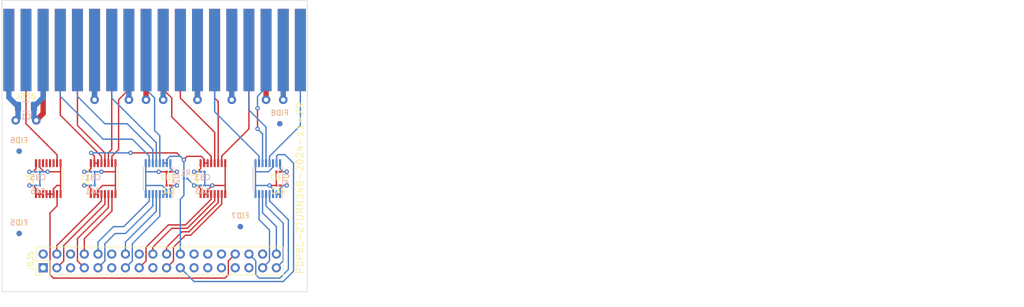
<source format=kicad_pcb>
(kicad_pcb (version 20221018) (generator pcbnew)
  (layers (0 "F.Cu" signal) (1 "In1.Cu" signal) (2 "In2.Cu" signal) (31 "B.Cu" signal) (34 "B.Paste" user) (35 "F.Paste" user) (36 "B.SilkS" user "B.Silkscreen") (37 "F.SilkS" user "F.Silkscreen") (38 "B.Mask" user) (39 "F.Mask" user) (44 "Edge.Cuts" user))
  (net 0 "")
  (net 1 "/i_EA")
  (net 2 "/pMA00")
  (net 3 "/pMA08")
  (net 4 "/pMA01")
  (net 5 "/pMA09")
  (net 6 "/pMA02")
  (net 7 "/pMA10")
  (net 8 "/pMA03")
  (net 9 "/pMA11")
  (net 10 "/pMA04")
  (net 11 "/pMA05")
  (net 12 "/pMA06")
  (net 13 "/pMA07")
  (net 14 "/i_MEMDONE")
  (net 15 "/r_MA")
  (net 19 "GND")
  (net 20 "+5V")
  (net 21 "/MEMBUSA")
  (net 22 "/MEMBUSH")
  (net 23 "/MEMBUSB")
  (net 24 "/MEMBUSJ")
  (net 25 "/MEMBUSC")
  (net 26 "/MEMBUSK")
  (net 27 "/i_STROBE")
  (net 28 "/MEMBUSD")
  (net 29 "/MEMBUSL")
  (net 30 "/MEMBUSE")
  (net 31 "/MEMBUSM")
  (net 32 "/MEMBUSF")
  (net 33 "/MEMBUSN")
  (net 34 "/x_MEM")
  (net 35 "/iBEMA")
  (net 36 "/i_MEM_07")
  (net 37 "/iEMA")
  (net 38 "/j_STROBE")
  (net 39 "/j_EA")
  (net 42 "/pMEMSTART")
  (net 43 "/pBTP2")
  (net 46 "/oMEMSTART")
  (net 47 "+3V3")
  (net 48 "/j_MEMDONE")
  (net 49 "/oBTP2")
  (footprint "Fiducial:Fiducial_1mm_Mask2mm" (layer "F.Cu") (at 3.175 27.94)
    (fp_text reference "FID2")
    (fp_text value "Fiducial")
  )
  (footprint "Fiducial:Fiducial_1mm_Mask2mm" (layer "F.Cu") (at 3.175 43.18)
    (fp_text reference "FID1")
    (fp_text value "Fiducial")
  )
  (footprint "footprints:2x18-edge" (layer "F.Cu") (at 55.245 9.2075)
    (fp_text reference "JB36")
    (fp_text value "2x18edgecon")
  )
  (footprint "Connector_PinHeader_2.54mm:PinHeader_2x18_P2.54mm_Vertical" (layer "F.Cu") (at 7.62 49.53 90)
    (fp_text reference "JB35")
    (fp_text value "Conn_02x18_Odd_Even")
  )
  (footprint "Package_SO:TSSOP-16_4.4x5mm_P0.65mm" (layer "F.Cu") (at 8.5725 33.02 90)
    (fp_text reference "U5")
    (fp_text value "74AXP4T245")
  )
  (footprint "Package_SO:TSSOP-16_4.4x5mm_P0.65mm" (layer "F.Cu") (at 39.0525 33.02 90)
    (fp_text reference "U3")
    (fp_text value "74AXP4T245")
  )
  (footprint "Capacitor_SMD:C_0201_0603Metric" (layer "F.Cu") (at 51.1175 34.29 180)
    (fp_text reference "CA4")
    (fp_text value "0.1u")
  )
  (footprint "Capacitor_SMD:C_0201_0603Metric" (layer "F.Cu") (at 51.1175 31.75 180)
    (fp_text reference "CB4")
    (fp_text value "0.1u")
  )
  (footprint "Fiducial:Fiducial_1mm_Mask2mm" (layer "F.Cu") (at 44.1325 41.91)
    (fp_text reference "FID3")
    (fp_text value "Fiducial")
  )
  (footprint "Capacitor_SMD:C_0201_0603Metric" (layer "F.Cu") (at 30.7975 31.75 180)
    (fp_text reference "CB2")
    (fp_text value "0.1u")
  )
  (footprint "Capacitor_SMD:C_0201_0603Metric" (layer "F.Cu") (at 30.7975 34.29 180)
    (fp_text reference "CA2")
    (fp_text value "0.1u")
  )
  (footprint "Fiducial:Fiducial_1mm_Mask2mm" (layer "F.Cu") (at 51.435 22.86)
    (fp_text reference "FID4")
    (fp_text value "Fiducial")
  )
  (footprint "Package_SO:TSSOP-16_4.4x5mm_P0.65mm" (layer "F.Cu") (at 18.7325 33.02 90)
    (fp_text reference "U1")
    (fp_text value "74AXP4T245")
  )
  (footprint "Capacitor_SMD:C_0201_0603Metric" (layer "B.Cu") (at 6.6675 31.75)
    (fp_text reference "CB5")
    (fp_text value "0.1u")
  )
  (footprint "Fiducial:Fiducial_1mm_Mask2mm" (layer "B.Cu") (at 3.175 27.94 180)
    (fp_text reference "FID6")
    (fp_text value "Fiducial")
  )
  (footprint "Package_SO:TSSOP-16_4.4x5mm_P0.65mm" (layer "B.Cu") (at 49.2125 33.02 90)
    (fp_text reference "U4")
    (fp_text value "74AXP4T245")
  )
  (footprint "Capacitor_SMD:C_0201_0603Metric" (layer "B.Cu") (at 16.8275 31.75)
    (fp_text reference "CB1")
    (fp_text value "0.1u")
  )
  (footprint "Capacitor_SMD:C_0201_0603Metric" (layer "B.Cu") (at 16.8275 34.29)
    (fp_text reference "CA1")
    (fp_text value "0.1u")
  )
  (footprint "Resistor_SMD:R_0201_0603Metric" (layer "B.Cu") (at 34 33.02 180)
    (fp_text reference "R1")
    (fp_text value "10K")
  )
  (footprint "Package_SO:TSSOP-16_4.4x5mm_P0.65mm" (layer "B.Cu") (at 28.8925 33.02 90)
    (fp_text reference "U2")
    (fp_text value "74AXP4T245")
  )
  (footprint "Capacitor_SMD:C_0201_0603Metric" (layer "B.Cu") (at 37.1475 34.29)
    (fp_text reference "CA3")
    (fp_text value "0.1u")
  )
  (footprint "Capacitor_SMD:C_0201_0603Metric" (layer "B.Cu") (at 6.6675 34.29)
    (fp_text reference "CA5")
    (fp_text value "0.1u")
  )
  (footprint "Capacitor_SMD:C_0201_0603Metric" (layer "B.Cu") (at 37.1475 31.75)
    (fp_text reference "CB3")
    (fp_text value "0.1u")
  )
  (footprint "Fiducial:Fiducial_1mm_Mask2mm" (layer "B.Cu") (at 3.175 43.18 180)
    (fp_text reference "FID5")
    (fp_text value "Fiducial")
  )
  (footprint "Fiducial:Fiducial_1mm_Mask2mm" (layer "B.Cu") (at 44.1325 41.91 180)
    (fp_text reference "FID7")
    (fp_text value "Fiducial")
  )
  (footprint "Fiducial:Fiducial_1mm_Mask2mm" (layer "B.Cu") (at 51.435 22.86 180)
    (fp_text reference "FID8")
    (fp_text value "Fiducial")
  )
  (footprint "Capacitor_SMD:C_1206_3216Metric" (layer "B.Cu") (at 4.445 19.685)
    (fp_text reference "C1")
    (fp_text value "10u")
  )
  (gr_line (start 56.515 0) (end 0 0) (stroke (width 0.1)) (layer "Edge.Cuts"))
  (gr_line (start 0 0) (end 56.515 0) (stroke (width 0.1)) (layer "Edge.Cuts"))
  (gr_line (start 0 1.27) (end 0 0) (stroke (width 0.1)) (layer "Edge.Cuts"))
  (gr_line (start 56.515 0) (end 56.515 20.32) (stroke (width 0.1)) (layer "Edge.Cuts"))
  (gr_line (start 56.515 0) (end 56.515 53.975) (stroke (width 0.1)) (layer "Edge.Cuts"))
  (gr_line (start 0 53.975) (end 0 0) (stroke (width 0.1)) (layer "Edge.Cuts"))
  (gr_line (start 56.515 53.975) (end 0 53.975) (stroke (width 0.1)) (layer "Edge.Cuts"))
  (gr_text "PDP8L-ZTURN34B-2024-11-29" (at 55.88 50.8 90) (layer "F.SilkS") (effects (font (size 1.27 1.27)) (justify left bottom)))
  (segment (start 10.1975 38.0625) (end 8.89 39.37) (width 0.25) (layer "F.Cu") (net 1))
  (segment (start 8.89 39.37) (end 8.89 50.8) (width 0.25) (layer "F.Cu") (net 1))
  (segment (start 10.1975 35.8825) (end 10.1975 38.0625) (width 0.25) (layer "F.Cu") (net 1))
  (segment (start 43.18 46.99) (end 41.91 48.26) (width 0.25) (layer "F.Cu") (net 1))
  (segment (start 41.91 50.8) (end 41.275 51.435) (width 0.25) (layer "F.Cu") (net 1))
  (segment (start 41.91 48.26) (end 41.91 50.8) (width 0.25) (layer "F.Cu") (net 1))
  (segment (start 41.275 51.435) (end 9.525 51.435) (width 0.25) (layer "F.Cu") (net 1))
  (segment (start 9.525 51.435) (end 8.89 50.8) (width 0.25) (layer "F.Cu") (net 1))
  (segment (start 10.795 21.2725) (end 18.4075 28.885) (width 0.25) (layer "F.Cu") (net 2))
  (segment (start 18.4075 28.885) (end 18.4075 30.1575) (width 0.25) (layer "F.Cu") (net 2))
  (segment (start 10.795 9.2075) (end 10.795 21.2725) (width 0.25) (layer "F.Cu") (net 2))
  (segment (start 10.795 17.78) (end 18.7325 25.7175) (width 0.25) (layer "B.Cu") (net 3))
  (segment (start 10.795 9.2075) (end 10.795 17.78) (width 0.25) (layer "B.Cu") (net 3))
  (segment (start 24.13 25.7175) (end 27.2675 28.855) (width 0.25) (layer "B.Cu") (net 3))
  (segment (start 27.2675 28.855) (end 27.2675 30.1575) (width 0.25) (layer "B.Cu") (net 3))
  (segment (start 18.7325 25.7175) (end 24.13 25.7175) (width 0.25) (layer "B.Cu") (net 3))
  (segment (start 19.0575 28.265) (end 19.0575 30.1575) (width 0.25) (layer "F.Cu") (net 4))
  (segment (start 13.97 9.2075) (end 13.97 23.1775) (width 0.25) (layer "F.Cu") (net 4))
  (segment (start 13.97 23.1775) (end 19.0575 28.265) (width 0.25) (layer "F.Cu") (net 4))
  (segment (start 19.05 22.86) (end 23.1775 22.86) (width 0.25) (layer "B.Cu") (net 5))
  (segment (start 23.1775 22.86) (end 27.9175 27.6) (width 0.25) (layer "B.Cu") (net 5))
  (segment (start 13.97 9.2075) (end 13.97 17.78) (width 0.25) (layer "B.Cu") (net 5))
  (segment (start 27.9175 27.6) (end 27.9175 30.1575) (width 0.25) (layer "B.Cu") (net 5))
  (segment (start 13.97 17.78) (end 19.05 22.86) (width 0.25) (layer "B.Cu") (net 5))
  (segment (start 20.32 27.6225) (end 20.32 9.2075) (width 0.25) (layer "F.Cu") (net 6))
  (segment (start 19.7075 28.235) (end 20.32 27.6225) (width 0.25) (layer "F.Cu") (net 6))
  (segment (start 19.7075 30.1575) (end 19.7075 28.235) (width 0.25) (layer "F.Cu") (net 6))
  (segment (start 20.32 18.105) (end 28.5675 26.3525) (width 0.25) (layer "B.Cu") (net 7))
  (segment (start 28.5675 26.3525) (end 28.5675 30.1575) (width 0.25) (layer "B.Cu") (net 7))
  (segment (start 20.32 9.2075) (end 20.32 18.105) (width 0.25) (layer "B.Cu") (net 7))
  (segment (start 21.59 27.6225) (end 21.59 18.415) (width 0.25) (layer "F.Cu") (net 8))
  (segment (start 20.3575 28.855) (end 21.59 27.6225) (width 0.25) (layer "F.Cu") (net 8))
  (segment (start 20.3575 30.1575) (end 20.3575 28.855) (width 0.25) (layer "F.Cu") (net 8))
  (segment (start 21.59 18.415) (end 23.495 16.51) (width 0.25) (layer "F.Cu") (net 8))
  (segment (start 29.2175 30.1575) (end 29.2175 25.0825) (width 0.25) (layer "B.Cu") (net 9))
  (segment (start 28.2575 18.0975) (end 26.67 16.51) (width 0.25) (layer "B.Cu") (net 9))
  (segment (start 29.2175 25.0825) (end 28.2575 24.1225) (width 0.25) (layer "B.Cu") (net 9))
  (segment (start 28.2575 24.1225) (end 28.2575 18.0975) (width 0.25) (layer "B.Cu") (net 9))
  (segment (start 31.4325 21.59) (end 31.4325 18.0975) (width 0.25) (layer "F.Cu") (net 10))
  (segment (start 38.735 28.8925) (end 31.4325 21.59) (width 0.25) (layer "F.Cu") (net 10))
  (segment (start 31.4325 18.0975) (end 29.845 16.51) (width 0.25) (layer "F.Cu") (net 10))
  (segment (start 38.7275 28.9) (end 38.735 28.8925) (width 0.25) (layer "F.Cu") (net 10))
  (segment (start 38.7275 30.1575) (end 38.7275 28.9) (width 0.25) (layer "F.Cu") (net 10))
  (segment (start 33.02 18.0975) (end 33.02 9.2075) (width 0.25) (layer "F.Cu") (net 11))
  (segment (start 39.3775 24.455) (end 39.3775 30.1575) (width 0.25) (layer "F.Cu") (net 11))
  (segment (start 33.02 18.0975) (end 39.3775 24.455) (width 0.25) (layer "F.Cu") (net 11))
  (segment (start 40.0275 18.755) (end 40.0275 30.1575) (width 0.25) (layer "F.Cu") (net 12))
  (segment (start 39.37 9.2075) (end 39.37 18.0975) (width 0.25) (layer "F.Cu") (net 12))
  (segment (start 39.37 18.0975) (end 40.0275 18.755) (width 0.25) (layer "F.Cu") (net 12))
  (segment (start 40.6775 28.855) (end 45.72 23.8125) (width 0.25) (layer "F.Cu") (net 13))
  (segment (start 40.6775 30.1575) (end 40.6775 28.855) (width 0.25) (layer "F.Cu") (net 13))
  (segment (start 45.72 23.8125) (end 45.72 9.2075) (width 0.25) (layer "F.Cu") (net 13))
  (segment (start 49.5375 37.14) (end 49.53 37.1475) (width 0.25) (layer "B.Cu") (net 14))
  (segment (start 47.625 51.435) (end 46.99 50.8) (width 0.25) (layer "B.Cu") (net 14))
  (segment (start 53.0225 49.8475) (end 51.435 51.435) (width 0.25) (layer "B.Cu") (net 14))
  (segment (start 53.0225 40.64) (end 53.0225 49.8475) (width 0.25) (layer "B.Cu") (net 14))
  (segment (start 46.99 50.8) (end 46.99 48.26) (width 0.25) (layer "B.Cu") (net 14))
  (segment (start 49.5375 35.8825) (end 49.5375 37.14) (width 0.25) (layer "B.Cu") (net 14))
  (segment (start 49.53 37.1475) (end 53.0225 40.64) (width 0.25) (layer "B.Cu") (net 14))
  (segment (start 46.99 48.26) (end 45.72 46.99) (width 0.25) (layer "B.Cu") (net 14))
  (segment (start 51.435 51.435) (end 47.625 51.435) (width 0.25) (layer "B.Cu") (net 14))
  (segment (start 34.29 28.8925) (end 33.655 29.5275) (width 0.25) (layer "F.Cu") (net 15))
  (segment (start 38.0775 30.1575) (end 37.4275 30.1575) (width 0.25) (layer "F.Cu") (net 15))
  (segment (start 36.899999 28.8925) (end 34.29 28.8925) (width 0.25) (layer "F.Cu") (net 15))
  (segment (start 17.1075 30.1575) (end 17.7575 30.1575) (width 0.25) (layer "F.Cu") (net 15))
  (segment (start 37.4275 30.1575) (end 37.4275 29.420001) (width 0.25) (layer "F.Cu") (net 15))
  (segment (start 17.1075 30.1575) (end 17.1075 28.855) (width 0.25) (layer "F.Cu") (net 15))
  (segment (start 33.655 29.5275) (end 33.68 29.5525) (width 0.25) (layer "F.Cu") (net 15))
  (segment (start 17.1075 28.855) (end 16.51 28.2575) (width 0.25) (layer "F.Cu") (net 15))
  (segment (start 23.8125 28.2575) (end 32.385 28.2575) (width 0.25) (layer "F.Cu") (net 15))
  (segment (start 32.385 28.2575) (end 33.68 29.5525) (width 0.25) (layer "F.Cu") (net 15))
  (segment (start 37.4275 29.420001) (end 36.899999 28.8925) (width 0.25) (layer "F.Cu") (net 15))
  (via (at 33.68 29.5525) (size 0.8) (drill 0.4) (layers "F.Cu" "B.Cu") (net 15))
  (via (at 16.51 28.2575) (size 0.8) (drill 0.4) (layers "F.Cu" "B.Cu") (net 15))
  (via (at 23.8125 28.2575) (size 0.8) (drill 0.4) (layers "F.Cu" "B.Cu") (net 15))
  (segment (start 16.51 28.2575) (end 23.8125 28.2575) (width 0.25) (layer "B.Cu") (net 15))
  (segment (start 31.091188 28.8925) (end 30.5175 29.466188) (width 0.25) (layer "B.Cu") (net 15))
  (segment (start 33.02 46.99) (end 33.02 36.83) (width 0.25) (layer "B.Cu") (net 15))
  (segment (start 33.02 36.83) (end 33.68 36.17) (width 0.25) (layer "B.Cu") (net 15))
  (segment (start 33.68 36.17) (end 33.68 33.02) (width 0.25) (layer "B.Cu") (net 15))
  (segment (start 33.68 29.5525) (end 33.02 28.8925) (width 0.25) (layer "B.Cu") (net 15))
  (segment (start 30.5175 29.466188) (end 30.5175 30.1575) (width 0.25) (layer "B.Cu") (net 15))
  (segment (start 33.68 33.02) (end 33.68 29.5525) (width 0.25) (layer "B.Cu") (net 15))
  (segment (start 33.02 28.8925) (end 31.091188 28.8925) (width 0.25) (layer "B.Cu") (net 15))
  (segment (start 29.8675 30.1575) (end 30.5175 30.1575) (width 0.25) (layer "B.Cu") (net 15))
  (segment (start 21.0075 31.75) (end 18.612501 31.75) (width 0.25) (layer "F.Cu") (net 19))
  (segment (start 10.8475 31.75) (end 8.452501 31.75) (width 0.25) (layer "F.Cu") (net 19))
  (segment (start 17.7575 35.145001) (end 17.7575 35.8825) (width 0.25) (layer "F.Cu") (net 19))
  (segment (start 6.9475 30.894999) (end 7.802501 31.75) (width 0.25) (layer "F.Cu") (net 19))
  (segment (start 41.3275 30.1575) (end 41.3275 34.29) (width 0.25) (layer "F.Cu") (net 19))
  (segment (start 36.195 12.7) (end 36.195 18.415) (width 1) (layer "F.Cu") (net 19))
  (segment (start 38.0775 35.8825) (end 37.4275 35.8825) (width 0.25) (layer "F.Cu") (net 19))
  (segment (start 30.45 31.75) (end 30.45 34.29) (width 0.25) (layer "F.Cu") (net 19))
  (segment (start 6.9475 30.1575) (end 6.9475 30.894999) (width 0.25) (layer "F.Cu") (net 19))
  (segment (start 9.525 34.925) (end 10.16 34.29) (width 0.25) (layer "F.Cu") (net 19))
  (segment (start 18.612501 31.75) (end 18.415 31.75) (width 0.25) (layer "F.Cu") (net 19))
  (segment (start 50.795 34.29) (end 50.795 31.75) (width 0.25) (layer "F.Cu") (net 19))
  (segment (start 38.932501 34.29) (end 38.0775 35.145001) (width 0.25) (layer "F.Cu") (net 19))
  (segment (start 21.0075 34.29) (end 18.612501 34.29) (width 0.25) (layer "F.Cu") (net 19))
  (segment (start 17.145 12.7) (end 17.145 18.415) (width 1) (layer "F.Cu") (net 19))
  (segment (start 10.16 34.29) (end 10.8475 34.29) (width 0.25) (layer "F.Cu") (net 19))
  (segment (start 18.612501 34.29) (end 17.7575 35.145001) (width 0.25) (layer "F.Cu") (net 19))
  (segment (start 10.8475 34.29) (end 10.8475 35.8825) (width 0.25) (layer "F.Cu") (net 19))
  (segment (start 17.1075 35.8825) (end 17.7575 35.8825) (width 0.25) (layer "F.Cu") (net 19))
  (segment (start 41.3275 34.29) (end 38.932501 34.29) (width 0.25) (layer "F.Cu") (net 19))
  (segment (start 29.012499 31.75) (end 30.45 31.75) (width 0.25) (layer "F.Cu") (net 19))
  (segment (start 38.0775 35.145001) (end 38.0775 35.8825) (width 0.25) (layer "F.Cu") (net 19))
  (segment (start 7.802501 31.75) (end 8.452501 31.75) (width 0.25) (layer "F.Cu") (net 19))
  (segment (start 21.0075 35.8825) (end 21.0075 34.29) (width 0.25) (layer "F.Cu") (net 19))
  (segment (start 10.8475 30.1575) (end 10.8475 31.75) (width 0.25) (layer "F.Cu") (net 19))
  (segment (start 10.8475 31.75) (end 10.8475 34.29) (width 0.25) (layer "F.Cu") (net 19))
  (segment (start 9.5475 34.9475) (end 9.525 34.925) (width 0.25) (layer "F.Cu") (net 19))
  (segment (start 9.5475 35.8825) (end 9.5475 34.9475) (width 0.25) (layer "F.Cu") (net 19))
  (segment (start 49.53 34.29) (end 50.795 34.29) (width 0.25) (layer "F.Cu") (net 19))
  (segment (start 21.0075 31.75) (end 21.0075 30.1575) (width 0.25) (layer "F.Cu") (net 19))
  (segment (start 41.3275 34.29) (end 41.3275 35.8825) (width 0.25) (layer "F.Cu") (net 19))
  (segment (start 21.0075 34.29) (end 21.0075 31.75) (width 0.25) (layer "F.Cu") (net 19))
  (segment (start 9.5475 35.8825) (end 8.8975 35.8825) (width 0.25) (layer "F.Cu") (net 19))
  (segment (start 48.895 12.7) (end 48.895 18.415) (width 1) (layer "F.Cu") (net 19))
  (segment (start 26.67 12.7) (end 26.67 18.415) (width 1) (layer "F.Cu") (net 19))
  (segment (start 7.62 9.2075) (end 7.62 20.955) (width 1) (layer "F.Cu") (net 19))
  (segment (start 42.545 12.7) (end 42.545 18.415) (width 1) (layer "F.Cu") (net 19))
  (segment (start 8.8975 35.8825) (end 8.2475 35.8825) (width 0.25) (layer "F.Cu") (net 19))
  (segment (start 7.62 20.955) (end 6.35 22.225) (width 1) (layer "F.Cu") (net 19))
  (via (at 26.67 18.415) (size 1.6) (drill 0.80508) (layers "F.Cu" "B.Cu") (net 19))
  (via (at 38.932501 34.29) (size 0.8) (drill 0.4) (layers "F.Cu" "B.Cu") (net 19))
  (via (at 8.452501 31.75) (size 0.8) (drill 0.4) (layers "F.Cu" "B.Cu") (net 19))
  (via (at 6.35 22.225) (size 1.6) (drill 0.80508) (layers "F.Cu" "B.Cu") (net 19))
  (via (at 29.845 18.415) (size 1.6) (drill 0.80508) (layers "F.Cu" "B.Cu") (net 19))
  (via (at 52.07 18.415) (size 1.6) (drill 0.80508) (layers "F.Cu" "B.Cu") (net 19))
  (via (at 49.53 34.29) (size 0.8) (drill 0.4) (layers "F.Cu" "B.Cu") (net 19))
  (via (at 18.415 31.75) (size 0.8) (drill 0.4) (layers "F.Cu" "B.Cu") (net 19))
  (via (at 29.012499 31.75) (size 0.8) (drill 0.4) (layers "F.Cu" "B.Cu") (net 19))
  (via (at 23.495 18.415) (size 1.6) (drill 0.80508) (layers "F.Cu" "B.Cu") (net 19))
  (via (at 48.895 18.415) (size 1.6) (drill 0.80508) (layers "F.Cu" "B.Cu") (net 19))
  (via (at 36.195 18.415) (size 1.6) (drill 0.80508) (layers "F.Cu" "B.Cu") (net 19))
  (via (at 42.545 18.415) (size 1.6) (drill 0.80508) (layers "F.Cu" "B.Cu") (net 19))
  (via (at 17.145 18.415) (size 1.6) (drill 0.80508) (layers "F.Cu" "B.Cu") (net 19))
  (segment (start 52.07 12.7) (end 52.07 18.415) (width 1) (layer "B.Cu") (net 19))
  (segment (start 17.145 12.7) (end 17.145 18.415) (width 1) (layer "B.Cu") (net 19))
  (segment (start 50.1875 35.8825) (end 50.1875 34.9475) (width 0.25) (layer "B.Cu") (net 19))
  (segment (start 26.6175 31.75) (end 26.6175 30.1575) (width 0.25) (layer "B.Cu") (net 19))
  (segment (start 26.6175 35.8825) (end 26.6175 34.29) (width 0.25) (layer "B.Cu") (net 19))
  (segment (start 46.9375 30.1575) (end 46.9375 31.75) (width 0.25) (layer "B.Cu") (net 19))
  (segment (start 36.195 12.7) (end 36.195 18.415) (width 1) (layer "B.Cu") (net 19))
  (segment (start 46.9375 31.75) (end 46.9375 34.29) (width 0.25) (layer "B.Cu") (net 19))
  (segment (start 29.8675 35.8825) (end 30.5175 35.8825) (width 0.25) (layer "B.Cu") (net 19))
  (segment (start 26.6175 34.29) (end 29.662499 34.29) (width 0.25) (layer "B.Cu") (net 19))
  (segment (start 30.5175 35.145001) (end 30.5175 35.8825) (width 0.25) (layer "B.Cu") (net 19))
  (segment (start 46.9375 34.29) (end 49.53 34.29) (width 0.25) (layer "B.Cu") (net 19))
  (segment (start 50.1875 30.894999) (end 50.1875 30.1575) (width 0.25) (layer "B.Cu") (net 19))
  (segment (start 50.1875 34.9475) (end 49.53 34.29) (width 0.25) (layer "B.Cu") (net 19))
  (segment (start 17.175 31.75) (end 17.175 34.235) (width 0.25) (layer "B.Cu") (net 19))
  (segment (start 26.6175 34.29) (end 26.6175 31.75) (width 0.25) (layer "B.Cu") (net 19))
  (segment (start 42.545 12.7) (end 42.545 18.415) (width 1) (layer "B.Cu") (net 19))
  (segment (start 26.6175 31.75) (end 29.012499 31.75) (width 0.25) (layer "B.Cu") (net 19))
  (segment (start 5.92 19.685) (end 7.62 17.985) (width 1) (layer "B.Cu") (net 19))
  (segment (start 37.495 34.29) (end 38.932501 34.29) (width 0.25) (layer "B.Cu") (net 19))
  (segment (start 23.495 12.7) (end 23.495 18.415) (width 1) (layer "B.Cu") (net 19))
  (segment (start 7.62 17.985) (end 7.62 9.2075) (width 1) (layer "B.Cu") (net 19))
  (segment (start 49.332499 31.75) (end 50.1875 30.894999) (width 0.25) (layer "B.Cu") (net 19))
  (segment (start 5.92 21.795) (end 6.35 22.225) (width 1) (layer "B.Cu") (net 19))
  (segment (start 46.9375 34.29) (end 46.9375 35.8825) (width 0.25) (layer "B.Cu") (net 19))
  (segment (start 5.92 19.685) (end 5.92 21.795) (width 1) (layer "B.Cu") (net 19))
  (segment (start 18.415 31.75) (end 17.175 31.75) (width 0.25) (layer "B.Cu") (net 19))
  (segment (start 29.845 12.7) (end 29.845 18.415) (width 1) (layer "B.Cu") (net 19))
  (segment (start 8.452501 31.75) (end 7.015 31.75) (width 0.25) (layer "B.Cu") (net 19))
  (segment (start 37.555 34.23) (end 37.555 31.81) (width 0.25) (layer "B.Cu") (net 19))
  (segment (start 7.015 31.75) (end 7.015 34.235) (width 0.25) (layer "B.Cu") (net 19))
  (segment (start 46.9375 31.75) (end 49.332499 31.75) (width 0.25) (layer "B.Cu") (net 19))
  (segment (start 29.662499 34.29) (end 30.5175 35.145001) (width 0.25) (layer "B.Cu") (net 19))
  (segment (start 35.56 31.75) (end 36.195 31.75) (width 0.25) (layer "F.Cu") (net 20))
  (segment (start 36.7775 31.1675) (end 36.7775 30.1575) (width 0.25) (layer "F.Cu") (net 20))
  (segment (start 16.4575 31.1675) (end 16.4575 30.1575) (width 0.25) (layer "F.Cu") (net 20))
  (segment (start 36.195 31.75) (end 36.7775 31.1675) (width 0.25) (layer "F.Cu") (net 20))
  (segment (start 6.2975 31.1675) (end 6.2975 30.1575) (width 0.25) (layer "F.Cu") (net 20))
  (segment (start 15.24 31.75) (end 15.875 31.75) (width 0.25) (layer "F.Cu") (net 20))
  (segment (start 51.435 31.75) (end 52.705 31.75) (width 0.25) (layer "F.Cu") (net 20))
  (segment (start 5.08 31.75) (end 5.715 31.75) (width 0.25) (layer "F.Cu") (net 20))
  (segment (start 31.09 31.75) (end 32.385 31.75) (width 0.25) (layer "F.Cu") (net 20))
  (segment (start 5.715 31.75) (end 6.2975 31.1675) (width 0.25) (layer "F.Cu") (net 20))
  (segment (start 15.875 31.75) (end 16.4575 31.1675) (width 0.25) (layer "F.Cu") (net 20))
  (via (at 35.56 31.75) (size 0.8) (drill 0.4) (layers "F.Cu" "B.Cu") (net 20))
  (via (at 52.705 31.75) (size 0.8) (drill 0.4) (layers "F.Cu" "B.Cu") (net 20))
  (via (at 5.08 31.75) (size 0.8) (drill 0.4) (layers "F.Cu" "B.Cu") (net 20))
  (via (at 32.385 31.75) (size 0.8) (drill 0.4) (layers "F.Cu" "B.Cu") (net 20))
  (via (at 2.54 22.225) (size 1.6) (drill 0.80508) (layers "F.Cu" "B.Cu") (net 20))
  (via (at 15.24 31.75) (size 0.8) (drill 0.4) (layers "F.Cu" "B.Cu") (net 20))
  (segment (start 6.375 31.75) (end 5.08 31.75) (width 0.25) (layer "B.Cu") (net 20))
  (segment (start 51.4875 31.1675) (end 52.07 31.75) (width 0.25) (layer "B.Cu") (net 20))
  (segment (start 15.24 31.75) (end 16.535 31.75) (width 0.25) (layer "B.Cu") (net 20))
  (segment (start 1.27 17.985) (end 2.97 19.685) (width 1) (layer "B.Cu") (net 20))
  (segment (start 32.385 31.75) (end 31.8025 31.75) (width 0.25) (layer "B.Cu") (net 20))
  (segment (start 1.27 9.2075) (end 1.27 17.985) (width 1) (layer "B.Cu") (net 20))
  (segment (start 36.855 31.75) (end 35.56 31.75) (width 0.25) (layer "B.Cu") (net 20))
  (segment (start 31.1675 30.1575) (end 31.1675 31.115) (width 0.25) (layer "B.Cu") (net 20))
  (segment (start 2.54 22.225) (end 2.97 21.795) (width 1) (layer "B.Cu") (net 20))
  (segment (start 1.27 12.7) (end 1.27 16.51) (width 1) (layer "B.Cu") (net 20))
  (segment (start 51.4875 30.1575) (end 51.4875 31.1675) (width 0.25) (layer "B.Cu") (net 20))
  (segment (start 2.97 19.685) (end 2.97 21.795) (width 1) (layer "B.Cu") (net 20))
  (segment (start 31.8025 31.75) (end 31.1675 31.115) (width 0.25) (layer "B.Cu") (net 20))
  (segment (start 52.705 31.75) (end 52.07 31.75) (width 0.25) (layer "B.Cu") (net 20))
  (segment (start 19.0575 35.8825) (end 19.0575 37.775) (width 0.25) (layer "F.Cu") (net 21))
  (segment (start 11.43 48.26) (end 10.16 49.53) (width 0.25) (layer "F.Cu") (net 21))
  (segment (start 19.0575 37.775) (end 11.43 45.4025) (width 0.25) (layer "F.Cu") (net 21))
  (segment (start 11.43 45.4025) (end 11.43 48.26) (width 0.25) (layer "F.Cu") (net 21))
  (segment (start 18.4075 35.8825) (end 18.4075 37.155) (width 0.25) (layer "F.Cu") (net 22))
  (segment (start 18.4075 37.155) (end 10.16 45.4025) (width 0.25) (layer "F.Cu") (net 22))
  (segment (start 10.16 45.4025) (end 10.16 46.99) (width 0.25) (layer "F.Cu") (net 22))
  (segment (start 13.97 44.1325) (end 13.97 48.26) (width 0.25) (layer "F.Cu") (net 23))
  (segment (start 19.7075 38.395) (end 13.97 44.1325) (width 0.25) (layer "F.Cu") (net 23))
  (segment (start 19.7075 35.8825) (end 19.7075 38.395) (width 0.25) (layer "F.Cu") (net 23))
  (segment (start 13.97 48.26) (end 15.24 49.53) (width 0.25) (layer "F.Cu") (net 23))
  (segment (start 20.3575 35.8825) (end 20.3575 39.015) (width 0.25) (layer "F.Cu") (net 24))
  (segment (start 15.24 44.1325) (end 15.24 46.99) (width 0.25) (layer "F.Cu") (net 24))
  (segment (start 20.3575 39.015) (end 15.24 44.1325) (width 0.25) (layer "F.Cu") (net 24))
  (segment (start 19.05 48.26) (end 19.05 45.085) (width 0.25) (layer "B.Cu") (net 25))
  (segment (start 20.955 43.18) (end 22.86 43.18) (width 0.25) (layer "B.Cu") (net 25))
  (segment (start 17.78 49.53) (end 19.05 48.26) (width 0.25) (layer "B.Cu") (net 25))
  (segment (start 22.86 43.18) (end 27.9175 38.1225) (width 0.25) (layer "B.Cu") (net 25))
  (segment (start 19.05 45.085) (end 20.955 43.18) (width 0.25) (layer "B.Cu") (net 25))
  (segment (start 27.9175 38.1225) (end 27.9175 35.8825) (width 0.25) (layer "B.Cu") (net 25))
  (segment (start 22.5425 41.91) (end 27.2675 37.185) (width 0.25) (layer "B.Cu") (net 26))
  (segment (start 27.2675 37.185) (end 27.2675 35.8825) (width 0.25) (layer "B.Cu") (net 26))
  (segment (start 17.78 46.99) (end 17.78 44.7675) (width 0.25) (layer "B.Cu") (net 26))
  (segment (start 20.6375 41.91) (end 22.5425 41.91) (width 0.25) (layer "B.Cu") (net 26))
  (segment (start 17.78 44.7675) (end 20.6375 41.91) (width 0.25) (layer "B.Cu") (net 26))
  (segment (start 52.07 41.275) (end 48.8875 38.0925) (width 0.25) (layer "B.Cu") (net 27))
  (segment (start 48.8875 38.0925) (end 48.8875 35.8825) (width 0.25) (layer "B.Cu") (net 27))
  (segment (start 52.07 48.26) (end 52.07 41.275) (width 0.25) (layer "B.Cu") (net 27))
  (segment (start 50.8 49.53) (end 52.07 48.26) (width 0.25) (layer "B.Cu") (net 27))
  (segment (start 29.2175 39.9975) (end 29.2175 35.8825) (width 0.25) (layer "B.Cu") (net 28))
  (segment (start 24.13 48.26) (end 24.13 45.085) (width 0.25) (layer "B.Cu") (net 28))
  (segment (start 22.86 49.53) (end 24.13 48.26) (width 0.25) (layer "B.Cu") (net 28))
  (segment (start 24.13 45.085) (end 29.2175 39.9975) (width 0.25) (layer "B.Cu") (net 28))
  (segment (start 22.86 46.99) (end 22.86 44.7675) (width 0.25) (layer "B.Cu") (net 29))
  (segment (start 28.5675 39.06) (end 28.5675 35.8825) (width 0.25) (layer "B.Cu") (net 29))
  (segment (start 22.86 44.7675) (end 28.5675 39.06) (width 0.25) (layer "B.Cu") (net 29))
  (segment (start 26.67 48.26) (end 25.4 49.53) (width 0.25) (layer "F.Cu") (net 30))
  (segment (start 38.7275 36.8375) (end 33.9725 41.5925) (width 0.25) (layer "F.Cu") (net 30))
  (segment (start 26.67 45.72) (end 26.67 48.26) (width 0.25) (layer "F.Cu") (net 30))
  (segment (start 26.67 45.72) (end 30.7975 41.5925) (width 0.25) (layer "F.Cu") (net 30))
  (segment (start 33.9725 41.5925) (end 30.7975 41.5925) (width 0.25) (layer "F.Cu") (net 30))
  (segment (start 38.7275 35.8825) (end 38.7275 36.8375) (width 0.25) (layer "F.Cu") (net 30))
  (segment (start 31.4325 42.2275) (end 34.29 42.2275) (width 0.25) (layer "F.Cu") (net 31))
  (segment (start 27.94 46.99) (end 27.94 45.72) (width 0.25) (layer "F.Cu") (net 31))
  (segment (start 39.3775 37.14) (end 39.3775 35.8825) (width 0.25) (layer "F.Cu") (net 31))
  (segment (start 34.29 42.2275) (end 39.3775 37.14) (width 0.25) (layer "F.Cu") (net 31))
  (segment (start 27.94 45.72) (end 31.4325 42.2275) (width 0.25) (layer "F.Cu") (net 31))
  (segment (start 34.925 43.4975) (end 33.9725 43.4975) (width 0.25) (layer "F.Cu") (net 32))
  (segment (start 40.6775 37.745) (end 34.925 43.4975) (width 0.25) (layer "F.Cu") (net 32))
  (segment (start 31.75 48.26) (end 30.48 49.53) (width 0.25) (layer "F.Cu") (net 32))
  (segment (start 31.75 45.72) (end 33.9725 43.4975) (width 0.25) (layer "F.Cu") (net 32))
  (segment (start 40.6775 35.8825) (end 40.6775 37.745) (width 0.25) (layer "F.Cu") (net 32))
  (segment (start 31.75 45.72) (end 31.75 48.26) (width 0.25) (layer "F.Cu") (net 32))
  (segment (start 34.6075 42.8625) (end 40.0275 37.4425) (width 0.25) (layer "F.Cu") (net 33))
  (segment (start 30.48 46.99) (end 30.48 45.72) (width 0.25) (layer "F.Cu") (net 33))
  (segment (start 30.48 45.72) (end 33.3375 42.8625) (width 0.25) (layer "F.Cu") (net 33))
  (segment (start 33.3375 42.8625) (end 34.6075 42.8625) (width 0.25) (layer "F.Cu") (net 33))
  (segment (start 40.0275 37.4425) (end 40.0275 35.8825) (width 0.25) (layer "F.Cu") (net 33))
  (segment (start 50.8375 30.1575) (end 50.8375 28.855) (width 0.25) (layer "B.Cu") (net 34))
  (segment (start 52.07 52.07) (end 35.56 52.07) (width 0.25) (layer "B.Cu") (net 34))
  (segment (start 53.975 50.165) (end 52.07 52.07) (width 0.25) (layer "B.Cu") (net 34))
  (segment (start 50.8375 28.855) (end 51.1175 28.575) (width 0.25) (layer "B.Cu") (net 34))
  (segment (start 53.975 30.1625) (end 53.975 50.165) (width 0.25) (layer "B.Cu") (net 34))
  (segment (start 51.1175 28.575) (end 52.3875 28.575) (width 0.25) (layer "B.Cu") (net 34))
  (segment (start 35.56 52.07) (end 33.02 49.53) (width 0.25) (layer "B.Cu") (net 34))
  (segment (start 52.3875 28.575) (end 53.975 30.1625) (width 0.25) (layer "B.Cu") (net 34))
  (segment (start 45.72 20.32) (end 45.72 9.2075) (width 0.25) (layer "B.Cu") (net 38))
  (segment (start 48.8875 30.1575) (end 48.8875 23.4875) (width 0.25) (layer "B.Cu") (net 38))
  (segment (start 48.8875 23.4875) (end 45.72 20.32) (width 0.25) (layer "B.Cu") (net 38))
  (segment (start 4.445 22.86) (end 10.1975 28.6125) (width 0.25) (layer "F.Cu") (net 39))
  (segment (start 4.445 9.2075) (end 4.445 22.86) (width 0.25) (layer "F.Cu") (net 39))
  (segment (start 10.1975 28.6125) (end 10.1975 30.1575) (width 0.25) (layer "F.Cu") (net 39))
  (segment (start 39.37 20.6375) (end 39.37 9.2075) (width 0.25) (layer "B.Cu") (net 42))
  (segment (start 47.5875 28.855) (end 39.37 20.6375) (width 0.25) (layer "B.Cu") (net 42))
  (segment (start 47.5875 30.1575) (end 47.5875 28.855) (width 0.25) (layer "B.Cu") (net 42))
  (segment (start 47.3075 23.8125) (end 47.3075 20.32) (width 0.25) (layer "F.Cu") (net 43))
  (via (at 47.3075 20.0025) (size 0.8) (drill 0.4) (layers "F.Cu" "B.Cu") (net 43))
  (via (at 47.3075 23.8125) (size 0.8) (drill 0.4) (layers "F.Cu" "B.Cu") (net 43))
  (segment (start 47.3075 20.32) (end 47.3075 17.78) (width 0.25) (layer "B.Cu") (net 43))
  (segment (start 48.2375 24.7425) (end 48.2375 30.1575) (width 0.25) (layer "B.Cu") (net 43))
  (segment (start 47.3075 17.78) (end 48.895 16.1925) (width 0.25) (layer "B.Cu") (net 43))
  (segment (start 47.3075 23.8125) (end 48.2375 24.7425) (width 0.25) (layer "B.Cu") (net 43))
  (segment (start 49.53 42.545) (end 49.53 48.26) (width 0.25) (layer "B.Cu") (net 46))
  (segment (start 49.53 48.26) (end 48.26 49.53) (width 0.25) (layer "B.Cu") (net 46))
  (segment (start 47.5875 40.6025) (end 49.53 42.545) (width 0.25) (layer "B.Cu") (net 46))
  (segment (start 47.5875 35.8825) (end 47.5875 40.6025) (width 0.25) (layer "B.Cu") (net 46))
  (segment (start 5.715 34.29) (end 6.2975 34.8725) (width 0.25) (layer "F.Cu") (net 47))
  (segment (start 6.2975 35.8825) (end 6.9475 35.8825) (width 0.25) (layer "F.Cu") (net 47))
  (segment (start 16.4575 34.8725) (end 16.4575 35.8825) (width 0.25) (layer "F.Cu") (net 47))
  (segment (start 7.5975 35.8825) (end 6.9475 35.8825) (width 0.25) (layer "F.Cu") (net 47))
  (segment (start 36.7775 34.8725) (end 36.195 34.29) (width 0.25) (layer "F.Cu") (net 47))
  (segment (start 31.09 34.29) (end 32.385 34.29) (width 0.25) (layer "F.Cu") (net 47))
  (segment (start 51.435 34.29) (end 52.705 34.29) (width 0.25) (layer "F.Cu") (net 47))
  (segment (start 15.875 34.29) (end 16.4575 34.8725) (width 0.25) (layer "F.Cu") (net 47))
  (segment (start 36.195 34.29) (end 35.56 34.29) (width 0.25) (layer "F.Cu") (net 47))
  (segment (start 6.2975 34.8725) (end 6.2975 35.8825) (width 0.25) (layer "F.Cu") (net 47))
  (segment (start 15.24 34.29) (end 15.875 34.29) (width 0.25) (layer "F.Cu") (net 47))
  (segment (start 5.08 34.29) (end 5.715 34.29) (width 0.25) (layer "F.Cu") (net 47))
  (segment (start 36.7775 35.8825) (end 36.7775 34.8725) (width 0.25) (layer "F.Cu") (net 47))
  (via (at 35.56 34.29) (size 0.8) (drill 0.4) (layers "F.Cu" "B.Cu") (net 47))
  (via (at 52.705 34.29) (size 0.8) (drill 0.4) (layers "F.Cu" "B.Cu") (net 47))
  (via (at 15.24 34.29) (size 0.8) (drill 0.4) (layers "F.Cu" "B.Cu") (net 47))
  (via (at 5.08 34.29) (size 0.8) (drill 0.4) (layers "F.Cu" "B.Cu") (net 47))
  (via (at 32.385 34.29) (size 0.8) (drill 0.4) (layers "F.Cu" "B.Cu") (net 47))
  (segment (start 32.385 34.29) (end 31.75 34.29) (width 0.25) (layer "B.Cu") (net 47))
  (segment (start 6.32 34.29) (end 5.08 34.29) (width 0.25) (layer "B.Cu") (net 47))
  (segment (start 31.1675 34.8725) (end 31.1675 35.8825) (width 0.25) (layer "B.Cu") (net 47))
  (segment (start 15.24 34.29) (end 16.48 34.29) (width 0.25) (layer "B.Cu") (net 47))
  (segment (start 51.4875 35.8825) (end 50.8375 35.8825) (width 0.25) (layer "B.Cu") (net 47))
  (segment (start 52.07 34.29) (end 51.4875 34.8725) (width 0.25) (layer "B.Cu") (net 47))
  (segment (start 35.56 34.26) (end 34.32 33.02) (width 0.25) (layer "B.Cu") (net 47))
  (segment (start 36.855 34.29) (end 35.56 34.29) (width 0.25) (layer "B.Cu") (net 47))
  (segment (start 51.4875 34.8725) (end 51.4875 35.8825) (width 0.25) (layer "B.Cu") (net 47))
  (segment (start 52.705 34.29) (end 52.07 34.29) (width 0.25) (layer "B.Cu") (net 47))
  (segment (start 35.56 34.29) (end 35.56 34.26) (width 0.25) (layer "B.Cu") (net 47))
  (segment (start 31.75 34.29) (end 31.1675 34.8725) (width 0.25) (layer "B.Cu") (net 47))
  (segment (start 49.5375 28.885) (end 55.245 23.1775) (width 0.25) (layer "B.Cu") (net 48))
  (segment (start 49.5375 30.1575) (end 49.5375 28.885) (width 0.25) (layer "B.Cu") (net 48))
  (segment (start 55.245 23.1775) (end 55.245 9.2075) (width 0.25) (layer "B.Cu") (net 48))
  (segment (start 48.2375 39.3475) (end 50.8 41.91) (width 0.25) (layer "B.Cu") (net 49))
  (segment (start 50.8 41.91) (end 50.8 46.99) (width 0.25) (layer "B.Cu") (net 49))
  (segment (start 48.2375 35.8825) (end 48.2375 39.3475) (width 0.25) (layer "B.Cu") (net 49))
)
</source>
